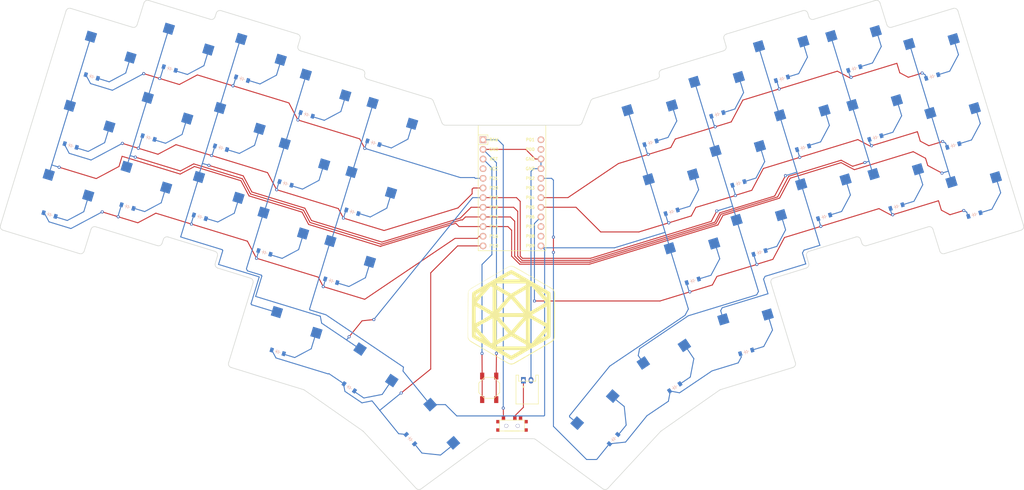
<source format=kicad_pcb>
(kicad_pcb (version 20221018) (generator pcbnew)
  (title_block (title "unibody") (rev "v1.0.0") (company "Unknown"))
  (layers (0 "F.Cu" signal) (31 "B.Cu" signal) (34 "B.Paste" user) (35 "F.Paste" user) (36 "B.SilkS" user "B.Silkscreen") (37 "F.SilkS" user "F.Silkscreen") (38 "B.Mask" user) (39 "F.Mask" user) (44 "Edge.Cuts" user))
  (net 0 "")
  (net 1 "P14")
  (net 2 "pinky_bottom")
  (net 3 "pinky_home")
  (net 4 "pinky_top")
  (net 5 "P15")
  (net 6 "ring_bottom")
  (net 7 "ring_home")
  (net 8 "ring_top")
  (net 9 "P18")
  (net 10 "middle_bottom")
  (net 11 "middle_home")
  (net 12 "middle_top")
  (net 13 "P19")
  (net 14 "index_bottom")
  (net 15 "index_home")
  (net 16 "index_top")
  (net 17 "P9")
  (net 18 "inner_bottom")
  (net 19 "inner_home")
  (net 20 "inner_top")
  (net 21 "near_thumb")
  (net 22 "home_thumb")
  (net 23 "far_thumb")
  (net 24 "mirror_pinky_bottom")
  (net 25 "mirror_pinky_home")
  (net 26 "mirror_pinky_top")
  (net 27 "mirror_ring_bottom")
  (net 28 "mirror_ring_home")
  (net 29 "mirror_ring_top")
  (net 30 "mirror_middle_bottom")
  (net 31 "mirror_middle_home")
  (net 32 "mirror_middle_top")
  (net 33 "mirror_index_bottom")
  (net 34 "mirror_index_home")
  (net 35 "mirror_index_top")
  (net 36 "mirror_inner_bottom")
  (net 37 "mirror_inner_home")
  (net 38 "mirror_inner_top")
  (net 39 "mirror_near_thumb")
  (net 40 "mirror_home_thumb")
  (net 41 "mirror_far_thumb")
  (net 42 "P16")
  (net 43 "P20")
  (net 44 "P21")
  (net 45 "P10")
  (net 46 "P6")
  (net 47 "P5")
  (net 48 "P4")
  (net 49 "P2")
  (net 50 "RAW")
  (net 51 "GND")
  (net 52 "RST")
  (net 53 "VCC")
  (net 54 "P1")
  (net 55 "P0")
  (net 56 "P3")
  (net 57 "P7")
  (net 58 "P8")
  (net 59 "POS")
  (footprint "E73:SPDT_C128955" (layer "F.Cu") (at 193.500008 198.364033 180)
    (fp_text reference "T1" hide)
    (fp_text value "" hide)
  )
  (footprint "E73:SW_TACT_ALPS_SKQGABE010" (layer "F.Cu") (at 187.5 188.364033 -90)
    (fp_text reference "B1" hide)
    (fp_text value "" hide)
  )
  (footprint "LOGO" (layer "F.Cu") (at 193.3 169.2)
    (fp_text reference "G***" hide)
    (fp_text value "LOGO" hide)
  )
  (footprint "ComboDiode" (layer "F.Cu") (at 304.114424 106.410937 17)
    (fp_text reference "D21" hide)
    (fp_text value "" hide)
  )
  (footprint "ComboDiode" (layer "F.Cu") (at 229.973413 123.849668 17)
    (fp_text reference "D33" hide)
    (fp_text value "" hide)
  )
  (footprint "PG1350" (layer "F.Cu") (at 314.05507 138.925305 17)
    (fp_text reference "S19" hide)
    (fp_text value "" hide)
  )
  (footprint "PG1350" (layer "F.Cu") (at 140.611042 112.556775 -17)
    (fp_text reference "S12" hide)
    (fp_text value "" hide)
  )
  (footprint "ComboDiode" (layer "F.Cu") (at 103.394336 104.315569 -17)
    (fp_text reference "D6" hide)
    (fp_text value "" hide)
  )
  (footprint "PG1350" (layer "F.Cu") (at 293.54631 136.829927 17)
    (fp_text reference "S22" hide)
    (fp_text value "" hide)
  )
  (footprint "PG1350" (layer "F.Cu") (at 99.008769 118.66014 -17)
    (fp_text reference "S5" hide)
    (fp_text value "" hide)
  )
  (footprint "ComboDiode" (layer "F.Cu") (at 264.558765 107.001722 17)
    (fp_text reference "D27" hide)
    (fp_text value "" hide)
  )
  (footprint "ComboDiode" (layer "F.Cu") (at 133.886491 134.551792 -17)
    (fp_text reference "D11" hide)
    (fp_text value "" hide)
  )
  (footprint "ComboDiode" (layer "F.Cu") (at 128.331428 152.721579 -17)
    (fp_text reference "D10" hide)
    (fp_text value "" hide)
  )
  (footprint "PG1350" (layer "F.Cu") (at 246.38897 112.556782 17)
    (fp_text reference "S30" hide)
    (fp_text value "" hide)
  )
  (footprint "PG1350" (layer "F.Cu") (at 217.269547 199.190902 48)
    (fp_text reference "S36" hide)
    (fp_text value "" hide)
  )
  (footprint "ComboDiode" (layer "F.Cu") (at 151.471542 142.019458 -17)
    (fp_text reference "D14" hide)
    (fp_text value "" hide)
  )
  (footprint "PG1350" (layer "F.Cu") (at 93.453712 136.829932 -17)
    (fp_text reference "S4" hide)
    (fp_text value "" hide)
  )
  (footprint "PG1350" (layer "F.Cu") (at 72.944931 138.925309 -17)
    (fp_text reference "S1" hide)
    (fp_text value "" hide)
  )
  (footprint "ComboDiode" (layer "F.Cu") (at 255.166145 178.888974 17)
    (fp_text reference "D34" hide)
    (fp_text value "" hide)
  )
  (footprint "PG1350" (layer "F.Cu") (at 253.996675 175.063767 17)
    (fp_text reference "S34" hide)
    (fp_text value "" hide)
  )
  (footprint "PG1350" (layer "F.Cu") (at 239.914049 156.364035 17)
    (fp_text reference "S31" hide)
    (fp_text value "" hide)
  )
  (footprint "PG1350" (layer "F.Cu") (at 302.944945 102.585721 17)
    (fp_text reference "S21" hide)
    (fp_text value "" hide)
  )
  (footprint "ComboDiode" (layer "F.Cu") (at 258.668576 152.72158 17)
    (fp_text reference "D28" hide)
    (fp_text value "" hide)
  )
  (footprint "ComboDiode" (layer "F.Cu") (at 157.0266 123.849667 -17)
    (fp_text reference "D15" hide)
    (fp_text value "" hide)
  )
  (footprint "PG1350" (layer "F.Cu") (at 287.99125 118.660149 17)
    (fp_text reference "S23" hide)
    (fp_text value "" hide)
  )
  (footprint "ComboDiode" (layer "F.Cu") (at 82.885586 106.410945 -17)
    (fp_text reference "D3" hide)
    (fp_text value "" hide)
  )
  (footprint "ComboDiode" (layer "F.Cu") (at 283.605662 104.315571 17)
    (fp_text reference "D24" hide)
    (fp_text value "" hide)
  )
  (footprint "PG1350" (layer "F.Cu") (at 257.49909 148.896361 17)
    (fp_text reference "S28" hide)
    (fp_text value "" hide)
  )
  (footprint "ComboDiode" (layer "F.Cu") (at 309.669495 124.580726 17)
    (fp_text reference "D20" hide)
    (fp_text value "" hide)
  )
  (footprint "PG1350" (layer "F.Cu") (at 234.103286 184.920877 34)
    (fp_text reference "S35" hide)
    (fp_text value "" hide)
  )
  (footprint "ComboDiode" (layer "F.Cu") (at 77.330527 124.580727 -17)
    (fp_text reference "D2" hide)
    (fp_text value "" hide)
  )
  (footprint "PG1350" (layer "F.Cu") (at 78.499997 120.75551 -17)
    (fp_text reference "S2" hide)
    (fp_text value "" hide)
  )
  (footprint "ComboDiode" (layer "F.Cu") (at 92.284218 140.655148 -17)
    (fp_text reference "D4" hide)
    (fp_text value "" hide)
  )
  (footprint "ComboDiode" (layer "F.Cu") (at 139.441549 116.381999 -17)
    (fp_text reference "D12" hide)
    (fp_text value "" hide)
  )
  (footprint "ComboDiode" (layer "F.Cu") (at 220.242129 201.867423 48)
    (fp_text reference "D36" hide)
    (fp_text value "" hide)
  )
  (footprint "PG1350" (layer "F.Cu") (at 282.436172 100.490343 17)
    (fp_text reference "S24" hide)
    (fp_text value "" hide)
  )
  (footprint "ComboDiode" (layer "F.Cu") (at 241.08354 160.189253 17)
    (fp_text reference "D31" hide)
    (fp_text value "" hide)
  )
  (footprint "PG1350" (layer "F.Cu") (at 147.085957 156.364031 -17)
    (fp_text reference "S13" hide)
    (fp_text value "" hide)
  )
  (footprint "ComboDiode" (layer "F.Cu") (at 236.340063 188.237042 34)
    (fp_text reference "D35" hide)
    (fp_text value "" hide)
  )
  (footprint "ComboDiode" (layer "F.Cu") (at 150.659946 188.237029 -34)
    (fp_text reference "D17" hide)
    (fp_text value "" hide)
  )
  (footprint "PG1350" (layer "F.Cu") (at 263.389271 103.176502 17)
    (fp_text reference "S27" hide)
    (fp_text value "" hide)
  )
  (footprint "ComboDiode" (layer "F.Cu") (at 270.113822 125.171507 17)
    (fp_text reference "D26" hide)
    (fp_text value "" hide)
  )
  (footprint "ComboDiode" (layer "F.Cu") (at 97.839274 122.485366 -17)
    (fp_text reference "D5" hide)
    (fp_text value "" hide)
  )
  (footprint "PG1350" (layer "F.Cu") (at 123.610738 103.176497 -17)
    (fp_text reference "S9" hide)
    (fp_text value "" hide)
  )
  (footprint "ComboDiode" (layer "F.Cu") (at 111.331115 143.341296 -17)
    (fp_text reference "D7" hide)
    (fp_text value "" hide)
  )
  (footprint "PG1350" (layer "F.Cu") (at 308.499998 120.755517 17)
    (fp_text reference "S20" hide)
    (fp_text value "" hide)
  )
  (footprint "ComboDiode" (layer "F.Cu") (at 275.66888 143.341299 17)
    (fp_text reference "D25" hide)
    (fp_text value "" hide)
  )
  (footprint "ComboDiode" (layer "F.Cu") (at 166.757883 201.867422 -48)
    (fp_text reference "D18" hide)
    (fp_text value "" hide)
  )
  (footprint "JST_PH_S2B-PH-K_02x2.00mm_Angled" (layer "F.Cu") (at 197.500003 186.364042)
    (fp_text reference "JST1" hide)
    (fp_text value "" hide)
  )
  (footprint "ComboDiode" (layer "F.Cu") (at 122.441248 107.001719 -17)
    (fp_text reference "D9" hide)
    (fp_text value "" hide)
  )
  (footprint "ComboDiode" (layer "F.Cu") (at 235.52846 142.019459 17)
    (fp_text reference "D32" hide)
    (fp_text value "" hide)
  )
  (footprint "ComboDiode" (layer "F.Cu") (at 71.775452 142.750518 -17)
    (fp_text reference "D1" hide)
    (fp_text value "" hide)
  )
  (footprint "PG1350" (layer "F.Cu") (at 169.730456 199.1909 -48)
    (fp_text reference "S18" hide)
    (fp_text value "" hide)
  )
  (footprint "PG1350" (layer "F.Cu") (at 152.896721 184.920877 -34)
    (fp_text reference "S17" hide)
    (fp_text value "" hide)
  )
  (footprint "PG1350" (layer "F.Cu") (at 112.500611 139.516074 -17)
    (fp_text reference "S7" hide)
    (fp_text value "" hide)
  )
  (footprint "PG1350" (layer "F.Cu") (at 274.499405 139.516081 17)
    (fp_text reference "S25" hide)
    (fp_text value "" hide)
  )
  (footprint "ComboDiode" (layer "F.Cu") (at 247.558452 116.382 17)
    (fp_text reference "D30" hide)
    (fp_text value "" hide)
  )
  (footprint "ProMicro" (layer "F.Cu") (at 193.500002 137.024456 -90)
    (fp_text reference "MCU1" hide)
    (fp_text value "" hide)
  )
  (footprint "PG1350" (layer "F.Cu") (at 228.803921 120.024453 17)
    (fp_text reference "S33" hide)
    (fp_text value "" hide)
  )
  (footprint "PG1350" (layer "F.Cu") (at 251.94403 130.726571 17)
    (fp_text reference "S29" hide)
    (fp_text value "" hide)
  )
  (footprint "PG1350" (layer "F.Cu") (at 152.64102 138.194251 -17)
    (fp_text reference "S14" hide)
    (fp_text value "" hide)
  )
  (footprint "ComboDiode" (layer "F.Cu") (at 116.886187 125.171505 -17)
    (fp_text reference "D8" hide)
    (fp_text value "" hide)
  )
  (footprint "PG1350" (layer "F.Cu") (at 104.56383 100.490353 -17)
    (fp_text reference "S6" hide)
    (fp_text value "" hide)
  )
  (footprint "ComboDiode" (layer "F.Cu") (at 294.715793 140.655144 17)
    (fp_text reference "D22" hide)
    (fp_text value "" hide)
  )
  (footprint "ComboDiode" (layer "F.Cu") (at 145.916471 160.189248 -17)
    (fp_text reference "D13" hide)
    (fp_text value "" hide)
  )
  (footprint "ComboDiode" (layer "F.Cu") (at 315.224554 142.750525 17)
    (fp_text reference "D19" hide)
    (fp_text value "" hide)
  )
  (footprint "PG1350" (layer "F.Cu") (at 234.358989 138.194233 17)
    (fp_text reference "S32" hide)
    (fp_text value "" hide)
  )
  (footprint "PG1350" (layer "F.Cu") (at 135.055979 130.726569 -17)
    (fp_text reference "S11" hide)
    (fp_text value "" hide)
  )
  (footprint "PG1350" (layer "F.Cu") (at 84.055064 102.585727 -17)
    (fp_text reference "S3" hide)
    (fp_text value "" hide)
  )
  (footprint "PG1350" (layer "F.Cu") (at 158.196084 120.024452 -17)
    (fp_text reference "S15" hide)
    (fp_text value "" hide)
  )
  (footprint "PG1350" (layer "F.Cu") (at 268.944339 121.346291 17)
    (fp_text reference "S26" hide)
    (fp_text value "" hide)
  )
  (footprint "ComboDiode" (layer "F.Cu") (at 289.160728 122.48536 17)
    (fp_text reference "D23" hide)
    (fp_text value "" hide)
  )
  (footprint "PG1350" (layer "F.Cu") (at 129.500911 148.896366 -17)
    (fp_text reference "S10" hide)
    (fp_text value "" hide)
  )
  (footprint "ComboDiode" (layer "F.Cu") (at 253.113515 134.55178 17)
    (fp_text reference "D29" hide)
    (fp_text value "" hide)
  )
  (footprint "PG1350" (layer "F.Cu") (at 118.055671 121.346301 -17)
    (fp_text reference "S8" hide)
    (fp_text value "" hide)
  )
  (footprint "ComboDiode" (layer "F.Cu") (at 131.833866 178.888983 -17)
    (fp_text reference "D16" hide)
    (fp_text value "" hide)
  )
  (footprint "PG1350" (layer "F.Cu") (at 133.003343 175.063759 -17)
    (fp_text reference "S16" hide)
    (fp_text value "" hide)
  )
  (gr_line (start 327.489758 146.869519) (end 307.354118 153.025595) (stroke (width 0.15)) (layer "Edge.Cuts"))
  (gr_arc (start 115.656686 89.722934) (mid 116.14569 89.143338) (end 116.900813 89.073474) (stroke (width 0.15)) (layer "Edge.Cuts"))
  (gr_arc (start 124.667954 159.496995) (mid 125.25665 159.984215) (end 125.329459 160.744927) (stroke (width 0.15)) (layer "Edge.Cuts"))
  (gr_line (start 293.421376 93.445768) (end 309.640462 88.4871) (stroke (width 0.15)) (layer "Edge.Cuts"))
  (gr_arc (start 271.042411 153.658372) (mid 271.121692 152.902409) (end 271.709594 152.4206) (stroke (width 0.15)) (layer "Edge.Cuts"))
  (gr_arc (start 272.903642 91.353141) (mid 272.148534 91.283272) (end 271.659504 90.703674) (stroke (width 0.15)) (layer "Edge.Cuts"))
  (gr_line (start 137.723435 96.473389) (end 137.154048 98.414481) (stroke (width 0.15)) (layer "Edge.Cuts"))
  (gr_arc (start 261.670554 160.744935) (mid 261.743307 159.984199) (end 262.332047 159.496989) (stroke (width 0.15)) (layer "Edge.Cuts"))
  (gr_arc (start 289.137126 86.390058) (mid 289.896492 86.462059) (end 290.384123 87.048564) (stroke (width 0.15)) (layer "Edge.Cuts"))
  (gr_arc (start 270.09919 89.073475) (mid 270.854302 89.143328) (end 271.34332 89.722937) (stroke (width 0.15)) (layer "Edge.Cuts"))
  (gr_line (start 154.73758 105.846002) (end 154.725268 105.889799) (stroke (width 0.15)) (layer "Edge.Cuts"))
  (gr_line (start 115.387503 155.601882) (end 115.9576 153.658382) (stroke (width 0.15)) (layer "Edge.Cuts"))
  (gr_line (start 187.285126 201.950822) (end 169.596174 214.939625) (stroke (width 0.15)) (layer "Edge.Cuts"))
  (gr_line (start 77.359535 88.487114) (end 93.578635 93.445773) (stroke (width 0.15)) (layer "Edge.Cuts"))
  (gr_arc (start 271.612504 155.601876) (mid 271.533814 156.356734) (end 270.947738 156.838922) (stroke (width 0.15)) (layer "Edge.Cuts"))
  (gr_line (start 115.290407 152.420595) (end 102.968074 148.653283) (stroke (width 0.15)) (layer "Edge.Cuts"))
  (gr_arc (start 155.395606 107.116654) (mid 154.810437 106.639824) (end 154.725268 105.889799) (stroke (width 0.15)) (layer "Edge.Cuts"))
  (gr_arc (start 268.095293 181.75928) (mid 268.021925 182.521113) (end 267.431355 183.00797) (stroke (width 0.15)) (layer "Edge.Cuts"))
  (gr_line (start 199.123014 201.756868) (end 187.876986 201.756858) (stroke (width 0.15)) (layer "Edge.Cuts"))
  (gr_arc (start 286.836392 150.932954) (mid 286.081276 150.86312) (end 285.592257 150.283492) (stroke (width 0.15)) (layer "Edge.Cuts"))
  (gr_arc (start 249.276563 96.473391) (mid 249.355807 95.717381) (end 249.943757 95.235603) (stroke (width 0.15)) (layer "Edge.Cuts"))
  (gr_line (start 138.591016 188.82368) (end 119.568651 183.007968) (stroke (width 0.15)) (layer "Edge.Cuts"))
  (gr_arc (start 307.354118 153.025595) (mid 306.594779 152.953586) (end 306.10712 152.367083) (stroke (width 0.15)) (layer "Edge.Cuts"))
  (gr_arc (start 211.939707 118.600257) (mid 211.571967 119.058536) (end 211.010321 119.23116) (stroke (width 0.15)) (layer "Edge.Cuts"))
  (gr_arc (start 82.683139 146.628379) (mid 83.170817 146.041943) (end 83.930138 145.96988) (stroke (width 0.15)) (layer "Edge.Cuts"))
  (gr_arc (start 94.825634 92.787274) (mid 94.337958 93.373728) (end 93.578635 93.445773) (stroke (width 0.15)) (layer "Edge.Cuts"))
  (gr_arc (start 248.127636 188.960939) (mid 248.26291 188.881217) (end 248.409007 188.823685) (stroke (width 0.15)) (layer "Edge.Cuts"))
  (gr_arc (start 154.067245 104.619148) (mid 154.652448 105.095963) (end 154.73758 105.846002) (stroke (width 0.15)) (layer "Edge.Cuts"))
  (gr_line (start 232.932764 104.619154) (end 249.178768 99.652265) (stroke (width 0.15)) (layer "Edge.Cuts"))
  (gr_arc (start 80.892889 152.367081) (mid 80.405235 152.953585) (end 79.645887 153.025587) (stroke (width 0.15)) (layer "Edge.Cuts"))
  (gr_line (start 118.90472 181.759286) (end 125.329459 160.744927) (stroke (width 0.15)) (layer "Edge.Cuts"))
  (gr_arc (start 214.235523 112.819309) (mid 214.487121 112.453108) (end 214.872548 112.2321) (stroke (width 0.15)) (layer "Edge.Cuts"))
  (gr_arc (start 137.056242 95.2356) (mid 137.644147 95.717418) (end 137.723435 96.473389) (stroke (width 0.15)) (layer "Edge.Cuts"))
  (gr_arc (start 119.568651 183.007968) (mid 118.978055 182.521143) (end 118.90472 181.759286) (stroke (width 0.15)) (layer "Edge.Cuts"))
  (gr_line (start 290.384123 87.048564) (end 292.174373 92.787264) (stroke (width 0.15)) (layer "Edge.Cuts"))
  (gr_arc (start 76.110859 89.151032) (mid 76.597665 88.560404) (end 77.359535 88.487114) (stroke (width 0.15)) (layer "Edge.Cuts"))
  (gr_arc (start 172.127459 112.232108) (mid 172.512845 112.453151) (end 172.764477 112.81931) (stroke (width 0.15)) (layer "Edge.Cuts"))
  (gr_line (start 137.821251 99.652256) (end 154.067239 104.619144) (stroke (width 0.15)) (layer "Edge.Cuts"))
  (gr_arc (start 115.3405 90.703681) (mid 114.851515 91.283321) (end 114.096373 91.353137) (stroke (width 0.15)) (layer "Edge.Cuts"))
  (gr_arc (start 154.261469 199.740816) (mid 154.344885 199.806108) (end 154.42094 199.879845) (stroke (width 0.15)) (layer "Edge.Cuts"))
  (gr_line (start 270.947738 156.838922) (end 262.332047 159.496989) (stroke (width 0.15)) (layer "Edge.Cuts"))
  (gr_arc (start 187.285126 201.950822) (mid 187.565569 201.806584) (end 187.876986 201.756858) (stroke (width 0.15)) (layer "Edge.Cuts"))
  (gr_arc (start 115.290413 152.420607) (mid 115.878271 152.902438) (end 115.9576 153.658382) (stroke (width 0.15)) (layer "Edge.Cuts"))
  (gr_line (start 249.845966 98.414475) (end 249.276563 96.473391) (stroke (width 0.15)) (layer "Edge.Cuts"))
  (gr_arc (start 249.84596 98.414474) (mid 249.766653 99.17043) (end 249.178768 99.652265) (stroke (width 0.15)) (layer "Edge.Cuts"))
  (gr_line (start 58.846323 145.620824) (end 76.110872 89.15104) (stroke (width 0.15)) (layer "Edge.Cuts"))
  (gr_line (start 232.274737 105.889805) (end 232.262438 105.846006) (stroke (width 0.15)) (layer "Edge.Cuts"))
  (gr_line (start 306.10712 152.367083) (end 304.31687 146.628378) (stroke (width 0.15)) (layer "Edge.Cuts"))
  (gr_arc (start 232.274737 105.889805) (mid 232.189579 106.639828) (end 231.604411 107.116656) (stroke (width 0.15)) (layer "Edge.Cuts"))
  (gr_arc (start 138.591016 188.82368) (mid 138.737096 188.881229) (end 138.872365 188.960938) (stroke (width 0.15)) (layer "Edge.Cuts"))
  (gr_arc (start 309.640467 88.487099) (mid 310.402306 88.560473) (end 310.88914 89.151033) (stroke (width 0.15)) (layer "Edge.Cuts"))
  (gr_line (start 172.764477 112.81931) (end 175.060307 118.60026) (stroke (width 0.15)) (layer "Edge.Cuts"))
  (gr_arc (start 96.615879 87.048565) (mid 97.103547 86.462052) (end 97.862891 86.390069) (stroke (width 0.15)) (layer "Edge.Cuts"))
  (gr_arc (start 175.989696 119.231172) (mid 175.428053 119.05853) (end 175.060307 118.60026) (stroke (width 0.15)) (layer "Edge.Cuts"))
  (gr_line (start 285.592257 150.283492) (end 285.276079 149.302757) (stroke (width 0.15)) (layer "Edge.Cuts"))
  (gr_arc (start 218.728909 214.813585) (mid 218.090383 215.129103) (end 217.403844 214.939623) (stroke (width 0.15)) (layer "Edge.Cuts"))
  (gr_line (start 214.872548 112.2321) (end 231.604411 107.116656) (stroke (width 0.15)) (layer "Edge.Cuts"))
  (gr_arc (start 169.596174 214.939625) (mid 168.909606 215.129116) (end 168.271102 214.813588) (stroke (width 0.15)) (layer "Edge.Cuts"))
  (gr_line (start 271.042411 153.658372) (end 271.612504 155.601876) (stroke (width 0.15)) (layer "Edge.Cuts"))
  (gr_arc (start 328.153687 145.620828) (mid 328.080316 146.38268) (end 327.489758 146.869519) (stroke (width 0.15)) (layer "Edge.Cuts"))
  (gr_line (start 211.939707 118.600257) (end 214.235524 112.819305) (stroke (width 0.15)) (layer "Edge.Cuts"))
  (gr_line (start 310.88914 89.151033) (end 328.153682 145.620833) (stroke (width 0.15)) (layer "Edge.Cuts"))
  (gr_line (start 94.825633 92.787275) (end 96.615879 87.048565) (stroke (width 0.15)) (layer "Edge.Cuts"))
  (gr_line (start 272.90364 91.353152) (end 289.137123 86.39007) (stroke (width 0.15)) (layer "Edge.Cuts"))
  (gr_arc (start 303.069866 145.969877) (mid 303.829169 146.04194) (end 304.31687 146.628378) (stroke (width 0.15)) (layer "Edge.Cuts"))
  (gr_arc (start 199.123019 201.756864) (mid 199.434438 201.806588) (end 199.714881 201.95083) (stroke (width 0.15)) (layer "Edge.Cuts"))
  (gr_line (start 100.163622 150.932949) (end 83.930138 145.96988) (stroke (width 0.15)) (layer "Edge.Cuts"))
  (gr_arc (start 284.031935 148.653293) (mid 284.787054 148.723127) (end 285.276079 149.302757) (stroke (width 0.15)) (layer "Edge.Cuts"))
  (gr_arc (start 116.052266 156.838912) (mid 115.466206 156.356715) (end 115.387503 155.601882) (stroke (width 0.15)) (layer "Edge.Cuts"))
  (gr_line (start 271.34332 89.722937) (end 271.659504 90.703674) (stroke (width 0.15)) (layer "Edge.Cuts"))
  (gr_line (start 116.900813 89.073474) (end 137.056242 95.2356) (stroke (width 0.15)) (layer "Edge.Cuts"))
  (gr_arc (start 137.821244 99.652255) (mid 137.233382 99.170429) (end 137.154048 98.414481) (stroke (width 0.15)) (layer "Edge.Cuts"))
  (gr_line (start 248.127645 188.960942) (end 232.738538 199.74081) (stroke (width 0.15)) (layer "Edge.Cuts"))
  (gr_line (start 261.670554 160.744935) (end 268.095293 181.75928) (stroke (width 0.15)) (layer "Edge.Cuts"))
  (gr_line (start 97.862891 86.390069) (end 114.096373 91.353137) (stroke (width 0.15)) (layer "Edge.Cuts"))
  (gr_line (start 115.340505 90.703676) (end 115.656691 89.722932) (stroke (width 0.15)) (layer "Edge.Cuts"))
  (gr_line (start 124.667954 159.496995) (end 116.052266 156.838912) (stroke (width 0.15)) (layer "Edge.Cuts"))
  (gr_arc (start 59.510253 146.869502) (mid 58.919654 146.38268) (end 58.846323 145.620824) (stroke (width 0.15)) (layer "Edge.Cuts"))
  (gr_line (start 79.645887 153.025587) (end 59.510253 146.869502) (stroke (width 0.15)) (layer "Edge.Cuts"))
  (gr_line (start 267.431355 183.00797) (end 248.409007 188.823685) (stroke (width 0.15)) (layer "Edge.Cuts"))
  (gr_line (start 303.06987 145.969872) (end 286.836392 150.932954) (stroke (width 0.15)) (layer "Edge.Cuts"))
  (gr_arc (start 232.579061 199.879856) (mid 232.65511 199.806102) (end 232.738538 199.74081) (stroke (width 0.15)) (layer "Edge.Cuts"))
  (gr_line (start 249.943757 95.235603) (end 270.09919 89.073475) (stroke (width 0.15)) (layer "Edge.Cuts"))
  (gr_line (start 168.271102 214.813588) (end 154.42094 199.879845) (stroke (width 0.15)) (layer "Edge.Cuts"))
  (gr_line (start 217.403844 214.939623) (end 199.714881 201.95083) (stroke (width 0.15)) (layer "Edge.Cuts"))
  (gr_arc (start 101.407763 150.283489) (mid 100.918754 150.863105) (end 100.163622 150.932949) (stroke (width 0.15)) (layer "Edge.Cuts"))
  (gr_line (start 155.395606 107.116654) (end 172.127456 112.232099) (stroke (width 0.15)) (layer "Edge.Cuts"))
  (gr_line (start 101.723939 149.30275) (end 101.407758 150.283495) (stroke (width 0.15)) (layer "Edge.Cuts"))
  (gr_line (start 82.683139 146.628379) (end 80.892889 152.367081) (stroke (width 0.15)) (layer "Edge.Cuts"))
  (gr_line (start 175.989696 119.231172) (end 211.010321 119.23116) (stroke (width 0.15)) (layer "Edge.Cuts"))
  (gr_line (start 284.031935 148.653293) (end 271.709594 152.4206) (stroke (width 0.15)) (layer "Edge.Cuts"))
  (gr_line (start 232.579073 199.879849) (end 218.728909 214.813585) (stroke (width 0.15)) (layer "Edge.Cuts"))
  (gr_line (start 154.261469 199.740816) (end 138.872365 188.960938) (stroke (width 0.15)) (layer "Edge.Cuts"))
  (gr_arc (start 101.723939 149.30275) (mid 102.212927 148.723118) (end 102.968074 148.653283) (stroke (width 0.15)) (layer "Edge.Cuts"))
  (gr_arc (start 293.421376 93.44578) (mid 292.662038 93.373744) (end 292.174373 92.787264) (stroke (width 0.15)) (layer "Edge.Cuts"))
  (gr_arc (start 232.262431 105.846) (mid 232.347571 105.09596) (end 232.932764 104.619154) (stroke (width 0.15)) (layer "Edge.Cuts"))
  (segment (start 195.52894 155.820407) (end 193.404266 153.695738) (width 0.25) (layer "F.Cu") (net 1))
  (segment (start 106.16874 132.091105) (end 109.914777 130.099313) (width 0.25) (layer "F.Cu") (net 1))
  (segment (start 302.355834 127.929899) (end 299.109273 126.203674) (width 0.25) (layer "F.Cu") (net 1))
  (segment (start 122.155478 133.841666) (end 124.280058 137.837419) (width 0.25) (layer "F.Cu") (net 1))
  (segment (start 90.049229 130.090808) (end 90.867869 127.413156) (width 0.25) (layer "F.Cu") (net 1))
  (segment (start 266.732571 133.174281) (end 263.944055 138.418722) (width 0.25) (layer "F.Cu") (net 1))
  (segment (start 280.120845 129.081084) (end 266.732571 133.174281) (width 0.25) (layer "F.Cu") (net 1))
  (segment (start 263.944055 138.418722) (end 249.0257 142.979728) (width 0.25) (layer "F.Cu") (net 1))
  (segment (start 247.697838 145.477078) (end 213.866325 155.820408) (width 0.25) (layer "F.Cu") (net 1))
  (segment (start 139.96834 145.352607) (end 158.903176 151.141566) (width 0.25) (layer "F.Cu") (net 1))
  (segment (start 306.686604 131.834307) (end 302.940575 129.842506) (width 0.25) (layer "F.Cu") (net 1))
  (segment (start 283.617137 130.940096) (end 280.120845 129.081084) (width 0.25) (layer "F.Cu") (net 1))
  (segment (start 302.940575 129.842506) (end 302.355834 127.929899) (width 0.25) (layer "F.Cu") (net 1))
  (segment (start 158.934651 151.082359) (end 178.694167 145.041274) (width 0.25) (layer "F.Cu") (net 1))
  (segment (start 299.109273 126.203674) (end 283.617137 130.940096) (width 0.25) (layer "F.Cu") (net 1))
  (segment (start 178.694167 145.041274) (end 179.567347 145.914461) (width 0.25) (layer "F.Cu") (net 1))
  (segment (start 74.301271 130.295499) (end 84.055578 133.277687) (width 0.25) (layer "F.Cu") (net 1))
  (segment (start 84.055578 133.277687) (end 90.049229 130.090808) (width 0.25) (layer "F.Cu") (net 1))
  (segment (start 158.903176 151.141566) (end 158.934651 151.082359) (width 0.25) (layer "F.Cu") (net 1))
  (segment (start 138.242114 142.106054) (end 139.96834 145.352607) (width 0.25) (layer "F.Cu") (net 1))
  (segment (start 192.422983 145.914455) (end 185.879998 145.914457) (width 0.25) (layer "F.Cu") (net 1))
  (segment (start 193.404265 146.895736) (end 192.422983 145.914455) (width 0.25) (layer "F.Cu") (net 1))
  (segment (start 109.914777 130.099313) (end 122.155478 133.841666) (width 0.25) (layer "F.Cu") (net 1))
  (segment (start 90.867869 127.413156) (end 106.16874 132.091105) (width 0.25) (layer "F.Cu") (net 1))
  (segment (start 249.0257 142.979728) (end 247.697838 145.477078) (width 0.25) (layer "F.Cu") (net 1))
  (segment (start 193.404266 153.695738) (end 193.404265 146.895736) (width 0.25) (layer "F.Cu") (net 1))
  (segment (start 124.280058 137.837419) (end 138.242114 142.106054) (width 0.25) (layer "F.Cu") (net 1))
  (segment (start 179.567347 145.914461) (end 185.880006 145.914453) (width 0.25) (layer "F.Cu") (net 1))
  (segment (start 213.866325 155.820408) (end 195.52894 155.820407) (width 0.25) (layer "F.Cu") (net 1))
  (via (at 74.301271 130.295499) (size 0.8) (drill 0.4) (layers "F.Cu" "B.Cu") (net 1))
  (via (at 306.686604 131.834307) (size 0.8) (drill 0.4) (layers "F.Cu" "B.Cu") (net 1))
  (segment (start 308.360539 131.322529) (end 306.686604 131.834307) (width 0.25) (layer "B.Cu") (net 1))
  (segment (start 298.081027 97.699762) (end 303.63609 115.869556) (width 0.25) (layer "B.Cu") (net 1))
  (segment (start 308.360539 131.322529) (end 309.191153 134.039345) (width 0.25) (layer "B.Cu") (net 1))
  (segment (start 77.10772 114.107976) (end 72.341846 129.696442) (width 0.25) (layer "B.Cu") (net 1))
  (segment (start 303.63609 115.869556) (end 308.360539 131.322529) (width 0.25) (layer "B.Cu") (net 1))
  (segment (start 72.341846 129.696442) (end 74.301271 130.295499) (width 0.25) (layer "B.Cu") (net 1))
  (segment (start 82.662783 95.938197) (end 77.10772 114.107976) (width 0.25) (layer "B.Cu") (net 1))
  (segment (start 72.341846 129.696442) (end 71.552649 132.277778) (width 0.25) (layer "B.Cu") (net 1))
  (segment (start 73.429446 143.388371) (end 76.434675 144.307165) (width 0.25) (layer "B.Cu") (net 2))
  (segment (start 76.434675 144.307165) (end 80.783143 141.995045) (width 0.25) (layer "B.Cu") (net 2))
  (segment (start 80.783143 141.995045) (end 82.030846 137.913963) (width 0.25) (layer "B.Cu") (net 2))
  (segment (start 78.920189 125.217053) (end 81.925432 126.135837) (width 0.25) (layer "B.Cu") (net 3))
  (segment (start 81.925432 126.135837) (end 86.273891 123.823735) (width 0.25) (layer "B.Cu") (net 3))
  (segment (start 86.273891 123.823735) (end 87.521594 119.742652) (width 0.25) (layer "B.Cu") (net 3))
  (segment (start 84.463476 106.893357) (end 87.468721 107.812148) (width 0.25) (layer "B.Cu") (net 4))
  (segment (start 87.468721 107.812148) (end 91.817176 105.500033) (width 0.25) (layer "B.Cu") (net 4))
  (segment (start 91.817176 105.500033) (end 93.064883 101.418954) (width 0.25) (layer "B.Cu") (net 4))
  (segment (start 138.60879 141.590746) (end 140.335017 144.837306) (width 0.25) (layer "F.Cu") (net 5))
  (segment (start 266.318078 132.673592) (end 263.429965 138.105339) (width 0.25) (layer "F.Cu") (net 5))
  (segment (start 263.429965 138.105339) (end 248.511613 142.666338) (width 0.25) (layer "F.Cu") (net 5))
  (segment (start 214.022055 155.302233) (end 195.810762 155.302239) (width 0.25) (layer "F.Cu") (net 5))
  (segment (start 124.646741 137.32212) (end 138.60879 141.590746) (width 0.25) (layer "F.Cu") (net 5))
  (segment (start 247.183747 145.163688) (end 214.022055 155.302233) (width 0.25) (layer "F.Cu") (net 5))
  (segment (start 286.384938 129.048199) (end 283.133501 130.04226) (width 0.25) (layer "F.Cu") (net 5))
  (segment (start 109.707674 129.408573) (end 122.522159 133.326352) (width 0.25) (layer "F.Cu") (net 5))
  (segment (start 283.133501 130.04226) (end 280.136683 128.448821) (width 0.25) (layer "F.Cu") (net 5))
  (segment (start 94.353196 127.642181) (end 106.211375 131.26759) (width 0.25) (layer "F.Cu") (net 5))
  (segment (start 181.240825 143.374451) (end 185.880005 143.374454) (width 0.25) (layer "F.Cu") (net 5))
  (segment (start 140.335017 144.837306) (end 159.078585 150.56779) (width 0.25) (layer "F.Cu") (net 5))
  (segment (start 195.810762 155.302239) (end 194.204265 153.695735) (width 0.25) (layer "F.Cu") (net 5))
  (segment (start 106.211375 131.26759) (end 109.707674 129.408573) (width 0.25) (layer "F.Cu") (net 5))
  (segment (start 122.522159 133.326352) (end 124.646741 137.32212) (width 0.25) (layer "F.Cu") (net 5))
  (segment (start 194.204267 144.495736) (end 193.082984 143.374454) (width 0.25) (layer "F.Cu") (net 5))
  (segment (start 159.078585 150.56779) (end 180.053203 144.155205) (width 0.25) (layer "F.Cu") (net 5))
  (segment (start 180.460075 144.155207) (end 181.240825 143.374451) (width 0.25) (layer "F.Cu") (net 5))
  (segment (start 193.082984 143.374454) (end 185.880002 143.374455) (width 0.25) (layer "F.Cu") (net 5))
  (segment (start 194.204265 153.695735) (end 194.204267 144.495736) (width 0.25) (layer "F.Cu") (net 5))
  (segment (start 180.053203 144.155205) (end 180.460075 144.155207) (width 0.25) (layer "F.Cu") (net 5))
  (segment (start 248.511613 142.666338) (end 247.183747 145.163688) (width 0.25) (layer "F.Cu") (net 5))
  (segment (start 280.136683 128.448821) (end 266.318078 132.673592) (width 0.25) (layer "F.Cu") (net 5))
  (via (at 94.353196 127.642181) (size 0.8) (drill 0.4) (layers "F.Cu" "B.Cu") (net 5))
  (via (at 286.384938 129.048199) (size 0.8) (drill 0.4) (layers "F.Cu" "B.Cu") (net 5))
  (segment (start 287.485086 128.711848) (end 288.549594 132.193706) (width 0.25) (layer "B.Cu") (net 5))
  (segment (start 282.994538 114.023909) (end 287.485086 128.711848) (width 0.25) (layer "B.Cu") (net 5))
  (segment (start 92.973545 127.220372) (end 94.353196 127.642181) (width 0.25) (layer "B.Cu") (net 5))
  (segment (start 103.174235 93.855439) (end 97.619176 112.025241) (width 0.25) (layer "B.Cu") (net 5))
  (segment (start 97.619176 112.025241) (end 92.973545 127.220372) (width 0.25) (layer "B.Cu") (net 5))
  (segment (start 277.439478 95.854123) (end 282.994538 114.023909) (width 0.25) (layer "B.Cu") (net 5))
  (segment (start 92.973545 127.220372) (end 92.06411 130.195032) (width 0.25) (layer "B.Cu") (net 5))
  (segment (start 287.485086 128.711848) (end 286.384938 129.048199) (width 0.25) (layer "B.Cu") (net 5))
  (segment (start 96.810651 141.96206) (end 101.15912 139.64994) (width 0.25) (layer "B.Cu") (net 6))
  (segment (start 93.805428 141.043259) (end 96.810651 141.96206) (width 0.25) (layer "B.Cu") (net 6))
  (segment (start 101.15912 139.64994) (end 102.406825 135.568862) (width 0.25) (layer "B.Cu") (net 6))
  (segment (start 99.302013 123.064734) (end 102.307241 123.983524) (width 0.25) (layer "B.Cu") (net 7))
  (segment (start 106.655702 121.671408) (end 107.90341 117.590332) (width 0.25) (layer "B.Cu") (net 7))
  (segment (start 102.307241 123.983524) (end 106.655702 121.671408) (width 0.25) (layer "B.Cu") (net 7))
  (segment (start 105.048336 104.953414) (end 108.053572 105.872193) (width 0.25) (layer "B.Cu") (net 8))
  (segment (start 108.053572 105.872193) (end 112.40203 103.560087) (width 0.25) (layer "B.Cu") (net 8))
  (segment (start 112.40203 103.560087) (end 113.649727 99.479019) (width 0.25) (layer "B.Cu") (net 8))
  (segment (start 265.483901 132.51035) (end 262.628988 137.879663) (width 0.25) (layer "F.Cu") (net 9))
  (segment (start 182.738604 140.83446) (end 185.880012 140.834455) (width 0.25) (layer "F.Cu") (net 9))
  (segment (start 195.004267 153.695738) (end 195.004268 141.895734) (width 0.25) (layer "F.Cu") (net 9))
  (segment (start 214.068738 154.817401) (end 196.125931 154.8174) (width 0.25) (layer "F.Cu") (net 9))
  (segment (start 179.887277 143.685781) (end 182.738604 140.83446) (width 0.25) (layer "F.Cu") (net 9))
  (segment (start 113.714825 129.797119) (end 122.756046 132.561298) (width 0.25) (layer "F.Cu") (net 9))
  (segment (start 122.756046 132.561298) (end 125.01343 136.806805) (width 0.25) (layer "F.Cu") (net 9))
  (segment (start 246.87393 144.787845) (end 214.068738 154.817401) (width 0.25) (layer "F.Cu") (net 9))
  (segment (start 125.01343 136.806805) (end 138.975469 141.075438) (width 0.25) (layer "F.Cu") (net 9))
  (segment (start 196.125931 154.8174) (end 195.004267 153.695738) (width 0.25) (layer "F.Cu") (net 9))
  (segment (start 159.254014 149.994006) (end 179.887277 143.685781) (width 0.25) (layer "F.Cu") (net 9))
  (segment (start 140.701704 144.321996) (end 159.254014 149.994006) (width 0.25) (layer "F.Cu") (net 9))
  (segment (start 138.975469 141.075438) (end 140.701704 144.321996) (width 0.25) (layer "F.Cu") (net 9))
  (segment (start 262.628988 137.879663) (end 248.201795 142.290494) (width 0.25) (layer "F.Cu") (net 9))
  (segment (start 248.201795 142.290494) (end 246.87393 144.787845) (width 0.25) (layer "F.Cu") (net 9))
  (segment (start 195.004268 141.895734) (end 193.942982 140.834456) (width 0.25) (layer "F.Cu") (net 9))
  (segment (start 193.942982 140.834456) (end 185.880001 140.834454) (width 0.25) (layer "F.Cu") (net 9))
  (via (at 113.714825 129.797119) (size 0.8) (drill 0.4) (layers "F.Cu" "B.Cu") (net 9))
  (via (at 265.483901 132.51035) (size 0.8) (drill 0.4) (layers "F.Cu" "B.Cu") (net 9))
  (segment (start 270.825825 155.740484) (end 260.115205 159.015051) (width 0.25) (layer "B.Cu") (net 9))
  (segment (start 270.347061 152.122367) (end 269.948704 152.871572) (width 0.25) (layer "B.Cu") (net 9))
  (segment (start 258.33409 98.349007) (end 263.889152 116.518794) (width 0.25) (layer "B.Cu") (net 9))
  (segment (start 260.115205 159.015051) (end 259.716843 159.764258) (width 0.25) (layer "B.Cu") (net 9))
  (segment (start 259.716843 159.764258) (end 260.886336 163.589473) (width 0.25) (layer "B.Cu") (net 9))
  (segment (start 112.004618 129.274268) (end 113.714812 129.79713) (width 0.25) (layer "B.Cu") (net 9))
  (segment (start 117.365452 152.245349) (end 116.25444 155.879311) (width 0.25) (layer "B.Cu") (net 9))
  (segment (start 111.108329 132.868547) (end 106.298303 148.60145) (width 0.25) (layer "B.Cu") (net 9))
  (segment (start 116.25444 155.879311) (end 126.965048 159.153864) (width 0.25) (layer "B.Cu") (net 9))
  (segment (start 274.531855 150.823731) (end 274.554808 150.835931) (width 0.25) (layer "B.Cu") (net 9))
  (segment (start 106.330791 148.662578) (end 117.232675 151.995621) (width 0.25) (layer "B.Cu") (net 9))
  (segment (start 126.965048 159.153864) (end 124.801922 166.229146) (width 0.25) (layer "B.Cu") (net 9))
  (segment (start 260.886336 163.589473) (end 248.8369 167.273356) (width 0.25) (layer "B.Cu") (net 9))
  (segment (start 248.426332 168.045516) (end 249.125153 170.331268) (width 0.25) (layer "B.Cu") (net 9))
  (segment (start 116.416342 114.844168) (end 112.004618 129.274268) (width 0.25) (layer "B.Cu") (net 9))
  (segment (start 113.714812 129.79713) (end 113.714825 129.797119) (width 0.25) (layer "B.Cu") (net 9))
  (segment (start 117.232675 151.995621) (end 117.365452 152.245349) (width 0.25) (layer "B.Cu") (net 9))
  (segment (start 269.627893 134.783581) (end 274.531855 150.823731) (width 0.25) (layer "B.Cu") (net 9))
  (segment (start 124.801922 166.229146) (end 124.93567 166.480688) (width 0.25) (layer "B.Cu") (net 9))
  (segment (start 269.948704 152.871572) (end 270.825825 155.740484) (width 0.25) (layer "B.Cu") (net 9))
  (segment (start 268.496655 131.589261) (end 269.444215 134.688592) (width 0.25) (layer "B.Cu") (net 9))
  (segment (start 248.8369 167.273356) (end 248.426332 168.045516) (width 0.25) (layer "B.Cu") (net 9))
  (segment (start 131.485291 168.483109) (end 131.611056 168.416235) (width 0.25) (layer "B.Cu") (net 9))
  (segment (start 106.298303 148.60145) (end 106.330791 148.662578) (width 0.25) (layer "B.Cu") (net 9))
  (segment (start 263.889152 116.518794) (end 268.496655 131.589261) (width 0.25) (layer "B.Cu") (net 9))
  (segment (start 121.971398 96.674378) (end 116.416342 114.844168) (width 0.25) (layer "B.Cu") (net 9))
  (segment (start 268.496655 131.589261) (end 265.483901 132.51035) (width 0.25) (layer "B.Cu") (net 9))
  (segment (start 112.004618 129.274268) (end 110.861276 133.013967) (width 0.25) (layer "B.Cu") (net 9))
  (segment (start 124.93567 166.480688) (end 131.485291 168.483109) (width 0.25) (layer "B.Cu") (net 9))
  (segment (start 274.554808 150.835931) (end 270.347061 152.122367) (width 0.25) (layer "B.Cu") (net 9))
  (segment (start 113.043587 143.787882) (end 116.048816 144.706668) (width 0.25) (layer "B.Cu") (net 10))
  (segment (start 116.048816 144.706668) (end 120.397273 142.394559) (width 0.25) (layer "B.Cu") (net 10))
  (segment (start 120.397273 142.394559) (end 121.644976 138.313474) (width 0.25) (layer "B.Cu") (net 10))
  (segment (start 118.464089 125.653917) (end 121.734961 126.653921) (width 0.25) (layer "B.Cu") (net 11))
  (segment (start 125.73657 124.526231) (end 127.065486 120.179533) (width 0.25) (layer "B.Cu") (net 11))
  (segment (start 121.734961 126.653921) (end 125.73657 124.526231) (width 0.25) (layer "B.Cu") (net 11))
  (segment (start 131.507396 106.054984) (end 132.755111 101.973904) (width 0.25) (layer "B.Cu") (net 12))
  (segment (start 127.158942 108.367092) (end 131.507396 106.054984) (width 0.25) (layer "B.Cu") (net 12))
  (segment (start 124.153712 107.448303) (end 127.158942 108.367092) (width 0.25) (layer "B.Cu") (net 12))
  (segment (start 214.161721 154.266126) (end 196.254513 154.266128) (width 0.25) (layer "F.Cu") (net 13))
  (segment (start 247.410342 141.80048) (end 245.949686 144.547574) (width 0.25) (layer "F.Cu") (net 13))
  (segment (start 195.670035 139.281647) (end 194.682841 138.294455) (width 0.25) (layer "F.Cu") (net 13))
  (segment (start 194.682841 138.294455) (end 185.880005 138.294454) (width 0.25) (layer "F.Cu") (net 13))
  (segment (start 196.254513 154.266128) (end 195.670035 153.681651) (width 0.25) (layer "F.Cu") (net 13))
  (segment (start 195.670035 153.681651) (end 195.670035 139.281647) (width 0.25) (layer "F.Cu") (net 13))
  (segment (start 245.949686 144.547574) (end 214.161721 154.266126) (width 0.25) (layer "F.Cu") (net 13))
  (segment (start 154.030066 170.714472) (end 157.124291 170.389265) (width 0.25) (layer "F.Cu") (net 13))
  (segment (start 150.631731 174.911063) (end 154.030066 170.714472) (width 0.25) (layer "F.Cu") (net 13))
  (via (at 247.410342 141.80048) (size 0.8) (drill 0.4) (layers "F.Cu" "B.Cu") (net 13))
  (via (at 150.631731 174.911063) (size 0.8) (drill 0.4) (layers "F.Cu" "B.Cu") (net 13))
  (via (at 157.124291 170.389265) (size 0.8) (drill 0.4) (layers "F.Cu" "B.Cu") (net 13))
  (segment (start 227.08272 178.04584) (end 226.724329 179.889603) (width 0.25) (layer "B.Cu") (net 13))
  (segment (start 182.856841 138.612201) (end 183.174593 138.294452) (width 0.25) (layer "B.Cu") (net 13))
  (segment (start 139.301179 106.065949) (end 133.746121 124.235742) (width 0.25) (layer "B.Cu") (net 13))
  (segment (start 251.570669 140.52854) (end 247.410342 141.80048) (width 0.25) (layer "B.Cu") (net 13))
  (segment (start 126.018506 164.302075) (end 143.040726 169.506304) (width 0.25) (layer "B.Cu") (net 13))
  (segment (start 149.948237 175.755111) (end 153.508813 178.156749) (width 0.25) (layer "B.Cu") (net 13))
  (segment (start 258.382406 162.987063) (end 257.904092 163.886643) (width 0.25) (layer "B.Cu") (net 13))
  (segment (start 247.197067 126.223122) (end 251.570669 140.52854) (width 0.25) (layer "B.Cu") (net 13))
  (segment (start 252.62758 144.163865) (end 258.382406 162.987063) (width 0.25) (layer "B.Cu") (net 13))
  (segment (start 226.764564 179.897423) (end 228.060996 181.819459) (width 0.25) (layer "B.Cu") (net 13))
  (segment (start 251.570669 140.52854) (end 252.752127 144.392927) (width 0.25) (layer "B.Cu") (net 13))
  (segment (start 157.124291 170.389265) (end 182.856841 138.612201) (width 0.25) (layer "B.Cu") (net 13))
  (segment (start 123.889031 157.58603) (end 127.522994 158.697037) (width 0.25) (layer "B.Cu") (net 13))
  (segment (start 239.925562 169.383233) (end 227.08272 178.04584) (width 0.25) (layer "B.Cu") (net 13))
  (segment (start 149.948237 175.755111) (end 150.631731 174.911063) (width 0.25) (layer "B.Cu") (net 13))
  (segment (start 143.040726 169.506304) (end 143.396352 171.335804) (width 0.25) (layer "B.Cu") (net 13))
  (segment (start 127.655784 158.946772) (end 126.018506 164.302075) (width 0.25) (layer "B.Cu") (net 13))
  (segment (start 257.904092 163.886643) (end 239.925562 169.383233) (width 0.25) (layer "B.Cu") (net 13))
  (segment (start 183.174593 138.294452) (end 185.880001 138.294455) (width 0.25) (layer "B.Cu") (net 13))
  (segment (start 143.396352 171.335804) (end 149.948237 175.755111) (width 0.25) (layer "B.Cu") (net 13))
  (segment (start 127.522994 158.697037) (end 127.655784 158.946772) (width 0.25) (layer "B.Cu") (net 13))
  (segment (start 133.746121 124.235742) (end 128.191059 142.405536) (width 0.25) (layer "B.Cu") (net 13))
  (segment (start 123.590967 157.025426) (end 123.889031 157.58603) (width 0.25) (layer "B.Cu") (net 13))
  (segment (start 128.108624 142.248835) (end 123.590967 157.025426) (width 0.25) (layer "B.Cu") (net 13))
  (segment (start 241.641996 108.053344) (end 247.197067 126.223122) (width 0.25) (layer "B.Cu") (net 13))
  (segment (start 132.990655 154.278214) (end 137.339113 151.9661) (width 0.25) (layer "B.Cu") (net 14))
  (segment (start 137.339113 151.9661) (end 138.58682 147.88502) (width 0.25) (layer "B.Cu") (net 14))
  (segment (start 129.985414 153.359426) (end 132.990655 154.278214) (width 0.25) (layer "B.Cu") (net 14))
  (segment (start 142.702905 133.737835) (end 143.950616 129.656754) (width 0.25) (layer "B.Cu") (net 15))
  (segment (start 135.349217 135.13116) (end 138.354457 136.049949) (width 0.25) (layer "B.Cu") (net 15))
  (segment (start 138.354457 136.049949) (end 142.702905 133.737835) (width 0.25) (layer "B.Cu") (net 15))
  (segment (start 144.100774 117.938635) (end 148.449236 115.626518) (width 0.25) (layer "B.Cu") (net 16))
  (segment (start 148.449236 115.626518) (end 149.696941 111.545442) (width 0.25) (layer "B.Cu") (net 16))
  (segment (start 141.095537 117.019835) (end 144.100774 117.938635) (width 0.25) (layer "B.Cu") (net 16))
  (segment (start 202.089385 151.963835) (end 201.120004 150.994454) (width 0.25) (layer "B.Cu") (net 17))
  (segment (start 171.960763 192.775774) (end 175.979423 192.775773) (width 0.25) (layer "B.Cu") (net 17))
  (segment (start 164.92659 182.899657) (end 164.815926 183.952631) (width 0.25) (layer "B.Cu") (net 17))
  (segment (start 229.553552 133.499545) (end 233.810204 147.422432) (width 0.25) (layer "B.Cu") (net 17))
  (segment (start 202.089384 195.585733) (end 202.089385 151.963835) (width 0.25) (layer "B.Cu") (net 17))
  (segment (start 201.619682 151.494134) (end 201.120005 150.994454) (width 0.25) (layer "B.Cu") (net 17))
  (segment (start 144.510989 169.12915) (end 164.92659 182.899657) (width 0.25) (layer "B.Cu") (net 17))
  (segment (start 208.681637 196.044215) (end 210.656431 197.643376) (width 0.25) (layer "B.Cu") (net 17))
  (segment (start 239.040288 169.282973) (end 219.213142 182.656554) (width 0.25) (layer "B.Cu") (net 17))
  (segment (start 164.815926 183.952631) (end 171.96076 192.775782) (width 0.25) (layer "B.Cu") (net 17))
  (segment (start 175.979423 192.775773) (end 178.954267 195.750616) (width 0.25) (layer "B.Cu") (net 17))
  (segment (start 140.207176 167.662031) (end 140.30323 167.842705) (width 0.25) (layer "B.Cu") (net 17))
  (segment (start 233.810204 147.422432) (end 220.492252 151.494135) (width 0.25) (layer "B.Cu") (net 17))
  (segment (start 208.646069 195.705804) (end 208.681637 196.044215) (width 0.25) (layer "B.Cu") (net 17))
  (segment (start 223.99848 115.329753) (end 229.553552 133.499545) (width 0.25) (layer "B.Cu") (net 17))
  (segment (start 235.042534 151.631542) (end 239.92844 167.612606) (width 0.25) (layer "B.Cu") (net 17))
  (segment (start 239.92844 167.612606) (end 239.040288 169.282973) (width 0.25) (layer "B.Cu") (net 17))
  (segment (start 219.213142 182.656554) (end 208.646069 195.705804) (width 0.25) (layer "B.Cu") (net 17))
  (segment (start 156.997756 113.448017) (end 151.442696 131.617807) (width 0.25) (layer "B.Cu") (net 17))
  (segment (start 201.924499 195.750618) (end 202.089384 195.585733) (width 0.25) (layer "B.Cu") (net 17))
  (segment (start 220.492252 151.494135) (end 201.619682 151.494134) (width 0.25) (layer "B.Cu") (net 17))
  (segment (start 140.30323 167.842705) (end 144.510989 169.12915) (width 0.25) (layer "B.Cu") (net 17))
  (segment (start 151.442696 131.617807) (end 145.887626 149.787592) (width 0.25) (layer "B.Cu") (net 17))
  (segment (start 233.810204 147.422432) (end 235.108608 151.669329) (width 0.25) (layer "B.Cu") (net 17))
  (segment (start 178.954267 195.750616) (end 201.924499 195.750618) (width 0.25) (layer "B.Cu") (net 17))
  (segment (start 145.693669 149.716498) (end 140.207176 167.662031) (width 0.25) (layer "B.Cu") (net 17))
  (segment (start 150.573778 161.687932) (end 154.922238 159.375819) (width 0.25) (layer "B.Cu") (net 18))
  (segment (start 154.922238 159.375819) (end 156.169948 155.294745) (width 0.25) (layer "B.Cu") (net 18))
  (segment (start 147.568543 160.769143) (end 150.573778 161.687932) (width 0.25) (layer "B.Cu") (net 18))
  (segment (start 160.537688 141.07272) (end 161.785399 136.991644) (width 0.25) (layer "B.Cu") (net 19))
  (segment (start 156.189229 143.384835) (end 160.537688 141.07272) (width 0.25) (layer "B.Cu") (net 19))
  (segment (start 153.184001 142.466043) (end 156.189229 143.384835) (width 0.25) (layer "B.Cu") (net 19))
  (segment (start 161.744292 125.215041) (end 166.09276 122.902934) (width 0.25) (layer "B.Cu") (net 20))
  (segment (start 158.739068 124.296252) (end 161.744292 125.215041) (width 0.25) (layer "B.Cu") (net 20))
  (segment (start 166.09276 122.902934) (end 167.34046 118.821858) (width 0.25) (layer "B.Cu") (net 20))
  (segment (start 136.30181 180.387141) (end 140.650273 178.075034) (width 0.25) (layer "B.Cu") (net 21))
  (segment (start 140.650273 178.075034) (end 141.897996 173.993957) (width 0.25) (layer "B.Cu") (net 21))
  (segment (start 133.296593 179.468353) (end 136.30181 180.387141) (width 0.25) (layer "B.Cu") (net 21))
  (segment (start 151.89673 189.275018) (end 154.502019 191.032311) (width 0.25) (layer "B.Cu") (net 22))
  (segment (start 159.336456 190.092594) (end 161.722845 186.554632) (width 0.25) (layer "B.Cu") (net 22))
  (segment (start 154.502019 191.032311) (end 159.336456 190.092594) (width 0.25) (layer "B.Cu") (net 22))
  (segment (start 169.791751 205.538648) (end 174.689697 206.053452) (width 0.25) (layer "B.Cu") (net 23))
  (segment (start 174.689697 206.053452) (end 178.006215 203.367794) (width 0.25) (layer "B.Cu") (net 23))
  (segment (start 167.814082 203.096439) (end 169.791751 205.538648) (width 0.25) (layer "B.Cu") (net 23))
  (segment (start 319.822451 141.346088) (end 322.134559 136.99763) (width 0.25) (layer "B.Cu") (net 24))
  (segment (start 316.817205 142.264873) (end 319.822451 141.346088) (width 0.25) (layer "B.Cu") (net 24))
  (segment (start 322.134559 136.99763) (end 320.886853 132.916541) (width 0.25) (layer "B.Cu") (net 24))
  (segment (start 316.770765 118.769364) (end 315.52305 114.688279) (width 0.25) (layer "B.Cu") (net 25))
  (segment (start 311.453413 124.036605) (end 314.458648 123.117817) (width 0.25) (layer "B.Cu") (net 25))
  (segment (start 314.458648 123.117817) (end 316.770765 118.769364) (width 0.25) (layer "B.Cu") (net 25))
  (segment (start 305.707087 105.925293) (end 308.712318 105.006499) (width 0.25) (layer "B.Cu") (net 26))
  (segment (start 311.024436 100.658047) (end 309.776723 96.576974) (width 0.25) (layer "B.Cu") (net 26))
  (segment (start 308.712318 105.006499) (end 311.024436 100.658047) (width 0.25) (layer "B.Cu") (net 26))
  (segment (start 296.308448 140.1695) (end 299.313675 139.250706) (width 0.25) (layer "B.Cu") (net 27))
  (segment (start 301.625799 134.902244) (end 300.378078 130.821172) (width 0.25) (layer "B.Cu") (net 27))
  (segment (start 299.313675 139.250706) (end 301.625799 134.902244) (width 0.25) (layer "B.Cu") (net 27))
  (segment (start 296.070738 116.732461) (end 294.823016 112.651394) (width 0.25) (layer "B.Cu") (net 28))
  (segment (start 293.758621 121.080917) (end 296.070738 116.732461) (width 0.25) (layer "B.Cu") (net 28))
  (segment (start 290.753378 121.999711) (end 293.758621 121.080917) (width 0.25) (layer "B.Cu") (net 28))
  (segment (start 285.389586 103.771442) (end 288.394816 102.852652) (width 0.25) (layer "B.Cu") (net 29))
  (segment (start 290.706935 98.504196) (end 289.459222 94.423119) (width 0.25) (layer "B.Cu") (net 29))
  (segment (start 288.394816 102.852652) (end 290.706935 98.504196) (width 0.25) (layer "B.Cu") (net 29))
  (segment (start 280.266774 141.936858) (end 282.578895 137.588395) (width 0.25) (layer "B.Cu") (net 30))
  (segment (start 277.261544 142.855649) (end 280.266774 141.936858) (width 0.25) (layer "B.Cu") (net 30))
  (segment (start 282.578895 137.588395) (end 281.331168 133.507328) (width 0.25) (layer "B.Cu") (net 30))
  (segment (start 277.046657 119.276234) (end 275.798937 115.19516) (width 0.25) (layer "B.Cu") (net 31))
  (segment (start 274.734539 123.624696) (end 277.046657 119.276234) (width 0.25) (layer "B.Cu") (net 31))
  (segment (start 271.7293 124.543482) (end 274.734539 123.624696) (width 0.25) (layer "B.Cu") (net 31))
  (segment (start 268.965392 105.655743) (end 271.277507 101.307296) (width 0.25) (layer "B.Cu") (net 32))
  (segment (start 271.277507 101.307296) (end 270.029794 97.226222) (width 0.25) (layer "B.Cu") (net 32))
  (segment (start 265.96015 106.574539) (end 268.965392 105.655743) (width 0.25) (layer "B.Cu") (net 32))
  (segment (start 265.520115 146.77742) (end 264.272398 142.696349) (width 0.25) (layer "B.Cu") (net 33))
  (segment (start 263.207995 151.125874) (end 265.520115 146.77742) (width 0.25) (layer "B.Cu") (net 33))
  (segment (start 260.20276 152.044664) (end 263.207995 151.125874) (width 0.25) (layer "B.Cu") (net 33))
  (segment (start 257.711415 133.147349) (end 260.023534 128.798888) (width 0.25) (layer "B.Cu") (net 34))
  (segment (start 254.706176 134.066136) (end 257.711415 133.147349) (width 0.25) (layer "B.Cu") (net 34))
  (segment (start 260.023534 128.798888) (end 258.775812 124.717814) (width 0.25) (layer "B.Cu") (net 34))
  (segment (start 252.156345 114.977556) (end 254.468469 110.629101) (width 0.25) (layer "B.Cu") (net 35))
  (segment (start 249.151113 115.896349) (end 252.156345 114.977556) (width 0.25) (layer "B.Cu") (net 35))
  (segment (start 254.468469 110.629101) (end 253.220746 106.548025) (width 0.25) (layer "B.Cu") (net 35))
  (segment (start 245.872684 158.726333) (end 248.184804 154.377869) (width 0.25) (layer "B.Cu") (net 36))
  (segment (start 242.86745 159.645132) (end 245.872684 158.726333) (width 0.25) (layer "B.Cu") (net 36))
  (segment (start 248.184804 154.377869) (end 246.937089 150.296796) (width 0.25) (layer "B.Cu") (net 36))
  (segment (start 242.629736 136.208094) (end 241.382026 132.127003) (width 0.25) (layer "B.Cu") (net 37))
  (segment (start 240.317628 140.556542) (end 242.629736 136.208094) (width 0.25) (layer "B.Cu") (net 37))
  (segment (start 237.312388 141.475333) (end 240.317628 140.556542) (width 0.25) (layer "B.Cu") (net 37))
  (segment (start 234.571298 122.445224) (end 236.883416 118.096776) (width 0.25) (layer "B.Cu") (net 38))
  (segment (start 231.566066 123.364024) (end 234.571298 122.445224) (width 0.25) (layer "B.Cu") (net 38))
  (segment (start 236.883416 118.096776) (end 235.635703 114.015696) (width 0.25) (layer "B.Cu") (net 38))
  (segment (start 256.7588 178.403323) (end 259.764037 177.484543) (width 0.25) (layer "B.Cu") (net 39))
  (segment (start 259.764037 177.484543) (end 262.076159 173.136088) (width 0.25) (layer "B.Cu") (net 39))
  (segment (start 262.076159 173.136088) (end 260.828448 169.054998) (width 0.25) (layer "B.Cu") (net 39))
  (segment (start 240.426399 185.521814) (end 241.366122 180.687368) (width 0.25) (layer "B.Cu") (net 40))
  (segment (start 241.366122 180.687368) (end 238.979739 177.149404) (width 0.25) (layer "B.Cu") (net 40))
  (segment (start 237.82111 187.279104) (end 240.426399 185.521814) (width 0.25) (layer "B.Cu") (net 40))
  (segment (start 223.044306 193.270883) (end 219.727799 190.585238) (width 0.25) (layer "B.Cu") (net 41))
  (segment (start 223.559104 198.168837) (end 223.044306 193.270883) (width 0.25) (layer "B.Cu") (net 41))
  (segment (start 221.581426 200.611052) (end 223.559104 198.168837) (width 0.25) (layer "B.Cu") (net 41))
  (segment (start 89.843864 143.334491) (end 95.00791 144.913297) (width 0.25) (layer "F.Cu") (net 42))
  (segment (start 123.85176 149.758117) (end 126.241912 154.253353) (width 0.25) (layer "F.Cu") (net 42))
  (segment (start 85.636122 142.048056) (end 89.843864 143.334491) (width 0.25) (layer "F.Cu") (net 42))
  (segment (start 184.355164 149.017312) (end 184.918023 148.454458) (width 0.25) (layer "F.Cu") (net 42))
  (segment (start 178.502031 149.01731) (end 184.355164 149.017312) (width 0.25) (layer "F.Cu") (net 42))
  (segment (start 184.918023 148.454458) (end 185.880005 148.454453) (width 0.25) (layer "F.Cu") (net 42))
  (segment (start 142.499096 159.223675) (end 143.826968 161.721025) (width 0.25) (layer "F.Cu") (net 42))
  (segment (start 126.241912 154.253353) (end 142.499096 159.223675) (width 0.25) (layer "F.Cu") (net 42))
  (segment (start 95.00791 144.913297) (end 99.752882 142.390354) (width 0.25) (layer "F.Cu") (net 42))
  (segment (start 99.752882 142.390354) (end 109.12467 145.255603) (width 0.25) (layer "F.Cu") (net 42))
  (segment (start 154.72728 165.053586) (end 178.502031 149.01731) (width 0.25) (layer "F.Cu") (net 42))
  (segment (start 143.826968 161.721025) (end 154.72728 165.053586) (width 0.25) (layer "F.Cu") (net 42))
  (segment (start 109.12467 145.255603) (end 123.85176 149.758117) (width 0.25) (layer "F.Cu") (net 42))
  (via (at 143.826968 161.721025) (size 0.8) (drill 0.4) (layers "F.Cu" "B.Cu") (net 42))
  (via (at 89.843864 143.334491) (size 0.8) (drill 0.4) (layers "F.Cu" "B.Cu") (net 42))
  (via (at 85.636122 142.048056) (size 0.8) (drill 0.4) (layers "F.Cu" "B.Cu") (net 42))
  (via (at 126.241912 154.253353) (size 0.8) (drill 0.4) (layers "F.Cu" "B.Cu") (net 42))
  (via (at 109.12467 145.255603) (size 0.8) (drill 0.4) (layers "F.Cu" "B.Cu") (net 42))
  (segment (start 109.12467 145.255603) (end 109.058516 145.131165) (width 0.25) (layer "B.Cu") (net 42))
  (segment (start 89.843864 143.334491) (end 89.777716 143.210066) (width 0.25) (layer "B.Cu") (net 42))
  (segment (start 143.826968 161.721025) (end 144.404518 159.831936) (width 0.25) (layer "B.Cu") (net 42))
  (segment (start 70.388814 142.326584) (end 71.634194 144.668797) (width 0.25) (layer "B.Cu") (net 42))
  (segment (start 89.777716 143.210066) (end 90.706318 140.172728) (width 0.25) (layer "B.Cu") (net 42))
  (segment (start 71.634194 144.668797) (end 77.394855 146.430013) (width 0.25) (layer "B.Cu") (net 42))
  (segment (start 77.394855 146.430013) (end 85.636122 142.048056) (width 0.25) (layer "B.Cu") (net 42))
  (segment (start 126.241912 154.253353) (end 126.819476 152.364264) (width 0.25) (layer "B.Cu") (net 42))
  (segment (start 109.058516 145.131165) (end 109.753227 142.858883) (width 0.25) (layer "B.Cu") (net 42))
  (segment (start 183.006478 137.271035) (end 183.006479 136.068626) (width 0.25) (layer "F.Cu") (net 43))
  (segment (start 129.157088 131.721115) (end 131.547249 136.21635) (width 0.25) (layer "F.Cu") (net 43))
  (segment (start 183.320647 135.754454) (end 185.879999 135.754454) (width 0.25) (layer "F.Cu") (net 43))
  (segment (start 100.313245 126.876295) (end 105.058213 124.353355) (width 0.25) (layer "F.Cu") (net 43))
  (segment (start 183.006479 136.068626) (end 183.320647 135.754454) (width 0.25) (layer "F.Cu") (net 43))
  (segment (start 95.149196 125.297492) (end 100.313245 126.876295) (width 0.25) (layer "F.Cu") (net 43))
  (segment (start 179.260711 141.006006) (end 179.267761 141.009748) (width 0.25) (layer "F.Cu") (net 43))
  (segment (start 105.058213 124.353355) (end 114.42999 127.218594) (width 0.25) (layer "F.Cu") (net 43))
  (segment (start 90.941451 124.011047) (end 95.149196 125.297492) (width 0.25) (layer "F.Cu") (net 43))
  (segment (start 114.42999 127.218594) (end 129.157088 131.721115) (width 0.25) (layer "F.Cu") (net 43))
  (segment (start 131.547249 136.21635) (end 147.804427 141.186671) (width 0.25) (layer "F.Cu") (net 43))
  (segment (start 149.132295 143.684023) (end 159.816807 146.950603) (width 0.25) (layer "F.Cu") (net 43))
  (segment (start 179.267761 141.009748) (end 183.006478 137.271035) (width 0.25) (layer "F.Cu") (net 43))
  (segment (start 147.804427 141.186671) (end 149.132295 143.684023) (width 0.25) (layer "F.Cu") (net 43))
  (segment (start 159.816807 146.950603) (end 179.260711 141.006006) (width 0.25) (layer "F.Cu") (net 43))
  (via (at 95.149196 125.297492) (size 0.8) (drill 0.4) (layers "F.Cu" "B.Cu") (net 43))
  (via (at 114.42999 127.218594) (size 0.8) (drill 0.4) (layers "F.Cu" "B.Cu") (net 43))
  (via (at 131.547249 136.21635) (size 0.8) (drill 0.4) (layers "F.Cu" "B.Cu") (net 43))
  (via (at 149.132295 143.684023) (size 0.8) (drill 0.4) (layers "F.Cu" "B.Cu") (net 43))
  (via (at 90.941451 124.011047) (size 0.8) (drill 0.4) (layers "F.Cu" "B.Cu") (net 43))
  (segment (start 76.93952 126.631803) (end 82.700178 128.393015) (width 0.25) (layer "B.Cu") (net 43))
  (segment (start 114.555308 127.151962) (end 115.308288 124.689084) (width 0.25) (layer "B.Cu") (net 43))
  (segment (start 149.132295 143.684023) (end 149.709846 141.79493) (width 0.25) (layer "B.Cu") (net 43))
  (segment (start 95.274511 125.230864) (end 96.261381 122.002953) (width 0.25) (layer "B.Cu") (net 43))
  (segment (start 75.694143 124.28958) (end 76.93952 126.631803) (width 0.25) (layer "B.Cu") (net 43))
  (segment (start 82.700178 128.393015) (end 90.941451 124.011047) (width 0.25) (layer "B.Cu") (net 43))
  (segment (start 95.149196 125.297492) (end 95.274511 125.230864) (width 0.25) (layer "B.Cu") (net 43))
  (segment (start 131.547249 136.21635) (end 132.124797 134.327257) (width 0.25) (layer "B.Cu") (net 43))
  (segment (start 114.42999 127.218594) (end 114.555308 127.151962) (width 0.25) (layer "B.Cu") (net 43))
  (segment (start 134.770627 113.360065) (end 137.16078 117.855299) (width 0.25) (layer "F.Cu") (net 44))
  (segment (start 137.16078 117.855299) (end 153.417965 122.825621) (width 0.25) (layer "F.Cu") (net 44))
  (segment (start 100.762727 106.936438) (end 105.926778 108.515244) (width 0.25) (layer "F.Cu") (net 44))
  (segment (start 105.926778 108.515244) (end 110.671745 105.992291) (width 0.25) (layer "F.Cu") (net 44))
  (segment (start 96.554984 105.650001) (end 100.762727 106.936438) (width 0.25) (layer "F.Cu") (net 44))
  (segment (start 110.671745 105.992291) (end 120.043528 108.857539) (width 0.25) (layer "F.Cu") (net 44))
  (segment (start 120.043528 108.857539) (end 134.770627 113.360065) (width 0.25) (layer "F.Cu") (net 44))
  (segment (start 153.417965 122.825621) (end 154.745834 125.322974) (width 0.25) (layer "F.Cu") (net 44))
  (via (at 137.16078 117.855299) (size 0.8) (drill 0.4) (layers "F.Cu" "B.Cu") (net 44))
  (via (at 100.762727 106.936438) (size 0.8) (drill 0.4) (layers "F.Cu" "B.Cu") (net 44))
  (via (at 154.745834 125.322974) (size 0.8) (drill 0.4) (layers "F.Cu" "B.Cu") (net 44))
  (via (at 120.043528 108.857539) (size 0.8) (drill 0.4) (layers "F.Cu" "B.Cu") (net 44))
  (via (at 96.554984 105.650001) (size 0.8) (drill 0.4) (layers "F.Cu" "B.Cu") (net 44))
  (segment (start 137.16078 117.855299) (end 137.738336 115.966219) (width 0.25) (layer "B.Cu") (net 44))
  (segment (start 154.745834 125.322974) (end 155.32338 123.433887) (width 0.25) (layer "B.Cu") (net 44))
  (segment (start 88.313723 110.031954) (end 96.554984 105.650001) (width 0.25) (layer "B.Cu") (net 44))
  (segment (start 120.168854 108.790908) (end 120.863343 106.519303) (width 0.25) (layer "B.Cu") (net 44))
  (segment (start 82.553049 108.270742) (end 88.313723 110.031954) (width 0.25) (layer "B.Cu") (net 44))
  (segment (start 179.892081 133.010958) (end 183.625962 133.010954) (width 0.25) (layer "B.Cu") (net 44))
  (segment (start 100.88804 106.869811) (end 101.816441 103.83316) (width 0.25) (layer "B.Cu") (net 44))
  (segment (start 154.745834 125.322974) (end 179.892081 133.010958) (width 0.25) (layer "B.Cu") (net 44))
  (segment (start 155.32338 123.433887) (end 155.448694 123.367262) (width 0.25) (layer "B.Cu") (net 44))
  (segment (start 100.762727 106.936438) (end 100.88804 106.869811) (width 0.25) (layer "B.Cu") (net 44))
  (segment (start 81.30768 105.928528) (end 82.553049 108.270742) (width 0.25) (layer "B.Cu") (net 44))
  (segment (start 183.829457 133.214451) (end 185.88 133.214459) (width 0.25) (layer "B.Cu") (net 44))
  (segment (start 183.625962 133.010954) (end 183.829457 133.214451) (width 0.25) (layer "B.Cu") (net 44))
  (segment (start 120.043528 108.857539) (end 120.168854 108.790908) (width 0.25) (layer "B.Cu") (net 44))
  (segment (start 172.100483 183.417296) (end 172.100484 158.089433) (width 0.25) (layer "F.Cu") (net 45))
  (segment (start 172.100484 158.089433) (end 179.195464 150.994457) (width 0.25) (layer "F.Cu") (net 45))
  (segment (start 179.195464 150.994457) (end 185.880005 150.994456) (width 0.25) (layer "F.Cu") (net 45))
  (segment (start 164.32902 189.710498) (end 172.100483 183.417296) (width 0.25) (layer "F.Cu") (net 45))
  (via (at 164.32902 189.710498) (size 0.8) (drill 0.4) (layers "F.Cu" "B.Cu") (net 45))
  (segment (start 149.292033 187.314355) (end 149.17263 187.491389) (width 0.25) (layer "B.Cu") (net 45))
  (segment (start 153.99848 192.311109) (end 156.662862 191.793201) (width 0.25) (layer "B.Cu") (net 45))
  (segment (start 131.365969 180.494193) (end 145.068219 184.683384) (width 0.25) (layer "B.Cu") (net 45))
  (segment (start 158.680403 194.284662) (end 163.657991 200.431464) (width 0.25) (layer "B.Cu") (net 45))
  (segment (start 156.662862 191.793201) (end 158.680403 194.284662) (width 0.25) (layer "B.Cu") (net 45))
  (segment (start 158.680403 194.284662) (end 164.32902 189.710498) (width 0.25) (layer "B.Cu") (net 45))
  (segment (start 149.17263 187.491389) (end 149.522661 189.292131) (width 0.25) (layer "B.Cu") (net 45))
  (segment (start 130.255955 178.406569) (end 131.365969 180.494193) (width 0.25) (layer "B.Cu") (net 45))
  (segment (start 163.657991 200.431464) (end 165.653807 200.641237) (width 0.25) (layer "B.Cu") (net 45))
  (segment (start 145.319146 184.634613) (end 149.292033 187.314355) (width 0.25) (layer "B.Cu") (net 45))
  (segment (start 145.068219 184.683384) (end 145.319146 184.634613) (width 0.25) (layer "B.Cu") (net 45))
  (segment (start 149.522661 189.292131) (end 153.99848 192.311109) (width 0.25) (layer "B.Cu") (net 45))
  (segment (start 262.169596 154.531853) (end 257.961859 155.818284) (width 0.25) (layer "F.Cu") (net 46))
  (segment (start 257.961859 155.818284) (end 257.945897 155.886962) (width 0.25) (layer "F.Cu") (net 46))
  (segment (start 246.247421 161.281996) (end 240.318333 163.094699) (width 0.25) (layer "F.Cu") (net 46))
  (segment (start 293.334171 142.9125) (end 290.087611 141.186275) (width 0.25) (layer "F.Cu") (net 46))
  (segment (start 308.773921 142.793138) (end 306.526298 141.59806) (width 0.25) (layer "F.Cu") (net 46))
  (segment (start 240.318333 163.094699) (end 232.476636 165.492145) (width 0.25) (layer "F.Cu") (net 46))
  (segment (start 312.407873 141.682125) (end 308.773921 142.793138) (width 0.25) (layer "F.Cu") (net 46))
  (segment (start 290.087611 141.186275) (end 274.786738 145.864219) (width 0.25) (layer "F.Cu") (net 46))
  (segment (start 305.766135 139.111669) (end 293.716694 142.795556) (width 0.25) (layer "F.Cu") (net 46))
  (segment (start 247.442512 159.034375) (end 246.247421 161.281996) (width 0.25) (layer "F.Cu") (net 46))
  (segment (start 306.526298 141.59806) (end 305.766135 139.111669) (width 0.25) (layer "F.Cu") (net 46))
  (segment (start 265.223692 148.787939) (end 262.169596 154.531853) (width 0.25) (layer "F.Cu") (net 46))
  (segment (start 274.786738 145.864219) (end 265.223692 148.787939) (width 0.25) (layer "F.Cu") (net 46))
  (segment (start 257.945897 155.886962) (end 247.442512 159.034375) (width 0.25) (layer "F.Cu") (net 46))
  (segment (start 232.476636 165.492145) (end 199.404264 165.495735) (width 0.25) (layer "F.Cu") (net 46))
  (via (at 257.945897 155.886962) (size 0.8) (drill 0.4) (layers "F.Cu" "B.Cu") (net 46))
  (via (at 240.318333 163.094699) (size 0.8) (drill 0.4) (layers "F.Cu" "B.Cu") (net 46))
  (via (at 312.407873 141.682125) (size 0.8) (drill 0.4) (layers "F.Cu" "B.Cu") (net 46))
  (via (at 293.716694 142.795556) (size 0.8) (drill 0.4) (layers "F.Cu" "B.Cu") (net 46))
  (via (at 274.786738 145.864219) (size 0.8) (drill 0.4) (layers "F.Cu" "B.Cu") (net 46))
  (via (at 199.404264 165.495735) (size 0.8) (drill 0.4) (layers "F.Cu" "B.Cu") (net 46))
  (segment (start 199.404265 145.090188) (end 201.119995 143.374455) (width 0.25) (layer "B.Cu") (net 46))
  (segment (start 313.492542 143.070904) (end 313.196083 142.101225) (width 0.25) (layer "B.Cu") (net 46))
  (segment (start 257.945897 155.886962) (end 257.904154 155.864767) (width 0.25) (layer "B.Cu") (net 46))
  (segment (start 293.466961 142.66276) (end 293.116109 141.515196) (width 0.25) (layer "B.Cu") (net 46))
  (segment (start 199.404264 165.495735) (end 199.404265 145.090188) (width 0.25) (layer "B.Cu") (net 46))
  (segment (start 313.196083 142.101225) (end 312.407873 141.682125) (width 0.25) (layer "B.Cu") (net 46))
  (segment (start 240.107605 162.982652) (end 239.351526 160.509637) (width 0.25) (layer "B.Cu") (net 46))
  (segment (start 274.786738 145.864219) (end 274.147611 143.773737) (width 0.25) (layer "B.Cu") (net 46))
  (segment (start 257.904154 155.864767) (end 257.090674 153.203993) (width 0.25) (layer "B.Cu") (net 46))
  (segment (start 240.692368 143.1122) (end 234.763274 144.924907) (width 0.25) (layer "F.Cu") (net 47))
  (segment (start 303.218857 124.623348) (end 300.971239 123.42827) (width 0.25) (layer "F.Cu") (net 47))
  (segment (start 256.614533 136.36206) (end 252.406797 137.648495) (width 0.25) (layer "F.Cu") (net 47))
  (segment (start 306.852818 123.512333) (end 303.218857 124.623348) (width 0.25) (layer "F.Cu") (net 47))
  (segment (start 284.532551 123.016482) (end 269.231675 127.694431) (width 0.25) (layer "F.Cu") (net 47))
  (segment (start 287.779107 124.742708) (end 284.532551 123.016482) (width 0.25) (layer "F.Cu") (net 47))
  (segment (start 300.971239 123.42827) (end 300.211071 120.941877) (width 0.25) (layer "F.Cu") (net 47))
  (segment (start 241.887445 140.864581) (end 240.692368 143.1122) (width 0.25) (layer "F.Cu") (net 47))
  (segment (start 216.846151 147.322359) (end 210.358249 140.834454) (width 0.25) (layer "F.Cu") (net 47))
  (segment (start 252.406797 137.648495) (end 252.295204 137.746409) (width 0.25) (layer "F.Cu") (net 47))
  (segment (start 300.211071 120.941877) (end 288.161632 124.62576) (width 0.25) (layer "F.Cu") (net 47))
  (segment (start 252.295204 137.746409) (end 241.887445 140.864581) (width 0.25) (layer "F.Cu") (net 47))
  (segment (start 234.763274 144.924907) (end 226.921574 147.322355) (width 0.25) (layer "F.Cu") (net 47))
  (segment (start 269.231675 127.694431) (end 259.668627 130.618146) (width 0.25) (layer "F.Cu") (net 47))
  (segment (start 259.668627 130.618146) (end 256.614533 136.36206) (width 0.25) (layer "F.Cu") (net 47))
  (segment (start 226.921574 147.322355) (end 216.846151 147.322359) (width 0.25) (layer "F.Cu") (net 47))
  (segment (start 210.358249 140.834454) (end 201.119999 140.834452) (width 0.25) (layer "F.Cu") (net 47))
  (via (at 288.161632 124.62576) (size 0.8) (drill 0.4) (layers "F.Cu" "B.Cu") (net 47))
  (via (at 234.763274 144.924907) (size 0.8) (drill 0.4) (layers "F.Cu" "B.Cu") (net 47))
  (via (at 252.295204 137.746409) (size 0.8) (drill 0.4) (layers "F.Cu" "B.Cu") (net 47))
  (via (at 306.852818 123.512333) (size 0.8) (drill 0.4) (layers "F.Cu" "B.Cu") (net 47))
  (via (at 269.231675 127.694431) (size 0.8) (drill 0.4) (layers "F.Cu" "B.Cu") (net 47))
  (segment (start 252.339405 137.66328) (end 251.535612 135.034193) (width 0.25) (layer "B.Cu") (net 47))
  (segment (start 269.231675 127.694431) (end 268.59255 125.603944) (width 0.25) (layer "B.Cu") (net 47))
  (segment (start 287.911896 124.492974) (end 287.561047 123.34541) (width 0.25) (layer "B.Cu") (net 47))
  (segment (start 234.552535 144.812861) (end 233.796463 142.339852) (width 0.25) (layer "B.Cu") (net 47))
  (segment (start 252.295204 137.746409) (end 252.339405 137.66328) (width 0.25) (layer "B.Cu") (net 47))
  (segment (start 307.641018 123.931435) (end 306.852818 123.512333) (width 0.25) (layer "B.Cu") (net 47))
  (segment (start 307.937485 124.901112) (end 307.641018 123.931435) (width 0.25) (layer "B.Cu") (net 47))
  (segment (start 208.285628 138.241697) (end 208.232873 138.294456) (width 0.25) (layer "F.Cu") (net 48))
  (segment (start 221.520616 129.31459) (end 208.285628 138.241697) (width 0.25) (layer "F.Cu") (net 48))
  (segment (start 282.760672 106.617996) (end 282.378147 106.734948) (width 0.25) (layer "F.Cu") (net 48))
  (segment (start 295.570284 105.420505) (end 294.810114 102.93411) (width 0.25) (layer "F.Cu") (net 48))
  (segment (start 251.213575 118.354297) (end 247.005834 119.640731) (width 0.25) (layer "F.Cu") (net 48))
  (segment (start 229.362317 126.917136) (end 221.520616 129.31459) (width 0.25) (layer "F.Cu") (net 48))
  (segment (start 208.232873 138.294456) (end 201.120001 138.294455) (width 0.25) (layer "F.Cu") (net 48))
  (segment (start 254.267669 112.610379) (end 251.213575 118.354297) (width 0.25) (layer "F.Cu") (net 48))
  (segment (start 294.810114 102.93411) (end 282.760672 106.617996) (width 0.25) (layer "F.Cu") (net 48))
  (segment (start 301.451854 105.504572) (end 297.817898 106.615584) (width 0.25) (layer "F.Cu") (net 48))
  (segment (start 263.830714 109.686663) (end 254.267669 112.610379) (width 0.25) (layer "F.Cu") (net 48))
  (segment (start 282.378147 106.734948) (end 279.131596 105.008715) (width 0.25) (layer "F.Cu") (net 48))
  (segment (start 297.817898 106.615584) (end 295.570284 105.420505) (width 0.25) (layer "F.Cu") (net 48))
  (segment (start 247.005834 119.640731) (end 236.486484 122.856819) (width 0.25) (layer "F.Cu") (net 48))
  (segment (start 279.131596 105.008715) (end 263.830714 109.686663) (width 0.25) (layer "F.Cu") (net 48))
  (segment (start 235.291404 125.104438) (end 229.362317 126.917136) (width 0.25) (layer "F.Cu") (net 48))
  (segment (start 236.486484 122.856819) (end 235.291404 125.104438) (width 0.25) (layer "F.Cu") (net 48))
  (via (at 301.451854 105.504572) (size 0.8) (drill 0.4) (layers "F.Cu" "B.Cu") (net 48))
  (via (at 229.362317 126.917136) (size 0.8) (drill 0.4) (layers "F.Cu" "B.Cu") (net 48))
  (via (at 263.830714 109.686663) (size 0.8) (drill 0.4) (layers "F.Cu" "B.Cu") (net 48))
  (via (at 282.760672 106.617996) (size 0.8) (drill 0.4) (layers "F.Cu" "B.Cu") (net 48))
  (via (at 247.005834 119.640731) (size 0.8) (drill 0.4) (layers "F.Cu" "B.Cu") (net 48))
  (segment (start 246.795101 119.528678) (end 245.98055 116.864416) (width 0.25) (layer "B.Cu") (net 48))
  (segment (start 263.191595 107.596184) (end 262.980864 107.484129) (width 0.25) (layer "B.Cu") (net 48))
  (segment (start 302.240059 105.92367) (end 301.451854 105.504572) (width 0.25) (layer "B.Cu") (net 48))
  (segment (start 229.151585 126.805092) (end 228.395509 124.332078) (width 0.25) (layer "B.Cu") (net 48))
  (segment (start 302.536523 106.89335) (end 302.240059 105.92367) (width 0.25) (layer "B.Cu") (net 48))
  (segment (start 229.362317 126.917136) (end 229.151585 126.805092) (width 0.25) (layer "B.Cu") (net 48))
  (segment (start 247.005834 119.640731) (end 246.795101 119.528678) (width 0.25) (layer "B.Cu") (net 48))
  (segment (start 282.510941 106.485209) (end 282.160098 105.337644) (width 0.25) (layer "B.Cu") (net 48))
  (segment (start 263.830714 109.686663) (end 263.191595 107.596184) (width 0.25) (layer "B.Cu") (net 48))
  (segment (start 282.760672 106.617996) (end 282.510941 106.485209) (width 0.25) (layer "B.Cu") (net 48))
  (segment (start 204.404267 148.695736) (end 204.404267 152.695738) (width 0.25) (layer "F.Cu") (net 49))
  (via (at 204.404267 148.695736) (size 0.8) (drill 0.4) (layers "F.Cu" "B.Cu") (net 49))
  (via (at 204.404267 152.695738) (size 0.8) (drill 0.4) (layers "F.Cu" "B.Cu") (net 49))
  (segment (start 223.396597 202.646029) (end 219.138064 203.093618) (width 0.25) (layer "B.Cu") (net 49))
  (segment (start 253.040808 181.791987) (end 246.155417 183.897068) (width 0.25) (layer "B.Cu") (net 49))
  (segment (start 229.01954 195.702265) (end 223.396597 202.646029) (width 0.25) (layer "B.Cu") (net 49))
  (segment (start 237.596839 189.669893) (end 234.972152 189.15971) (width 0.25) (layer "B.Cu") (net 49))
  (segment (start 246.155417 183.897068) (end 237.596839 189.669893) (width 0.25) (layer "B.Cu") (net 49))
  (segment (start 204.404268 133.695733) (end 204.404267 148.695736) (width 0.25) (layer "B.Cu") (net 49))
  (segment (start 201.120003 133.214454) (end 203.922985 133.214454) (width 0.25) (layer "B.Cu") (net 49))
  (segment (start 203.922985 133.214454) (end 204.404268 133.695733) (width 0.25) (layer "B.Cu") (net 49))
  (segment (start 253.588244 179.371388) (end 253.858263 180.254577) (width 0.25) (layer "B.Cu") (net 49))
  (segment (start 234.656996 191.899753) (end 229.01954 195.702265) (width 0.25) (layer "B.Cu") (net 49))
  (segment (start 253.858263 180.254577) (end 253.040808 181.791987) (width 0.25) (layer "B.Cu") (net 49))
  (segment (start 215.817732 207.193881) (end 219.138065 203.093612) (width 0.25) (layer "B.Cu") (net 49))
  (segment (start 213.136766 207.228234) (end 215.490847 207.228238) (width 0.25) (layer "B.Cu") (net 49))
  (segment (start 234.972152 189.15971) (end 235.14096 189.409977) (width 0.25) (layer "B.Cu") (net 49))
  (segment (start 204.404267 198.495739) (end 213.136766 207.228234) (width 0.25) (layer "B.Cu") (net 49))
  (segment (start 215.490847 207.228238) (end 215.817732 207.193881) (width 0.25) (layer "B.Cu") (net 49))
  (segment (start 235.14096 189.409977) (end 234.656996 191.899753) (width 0.25) (layer "B.Cu") (net 49))
  (segment (start 204.404267 152.695738) (end 204.404267 198.495739) (width 0.25) (layer "B.Cu") (net 49))
  (segment (start 191.250006 196.289031) (end 191.204267 193.695736) (width 0.25) (layer "F.Cu") (net 50))
  (via (at 191.204267 193.695736) (size 0.8) (drill 0.4) (layers "F.Cu" "B.Cu") (net 50))
  (segment (start 191.204267 193.695736) (end 191.204266 124.495735) (width 0.25) (layer "B.Cu") (net 50))
  (segment (start 189.762983 123.054457) (end 185.879998 123.054452) (width 0.25) (layer "B.Cu") (net 50))
  (segment (start 191.204266 124.495735) (end 189.762983 123.054457) (width 0.25) (layer "B.Cu") (net 50))
  (segment (start 189.350001 185.264035) (end 189.404268 179.295736) (width 0.25) (layer "F.Cu") (net 51))
  (segment (start 189.350002 191.464037) (end 189.350004 185.264036) (width 0.25) (layer "F.Cu") (net 51))
  (segment (start 197.102982 125.594451) (end 185.88 125.594454) (width 0.25) (layer "F.Cu") (net 51))
  (segment (start 199.642984 128.134452) (end 197.102982 125.594451) (width 0.25) (layer "F.Cu") (net 51))
  (segment (start 201.119997 128.134455) (end 199.642984 128.134452) (width 0.25) (layer "F.Cu") (net 51))
  (via (at 189.404268 179.295736) (size 0.8) (drill 0.4) (layers "F.Cu" "B.Cu") (net 51))
  (segment (start 199.22555 130.674453) (end 201.119997 130.674457) (width 0.25) (layer "B.Cu") (net 51))
  (segment (start 201.12 130.674455) (end 201.119997 128.134455) (width 0.25) (layer "B.Cu") (net 51))
  (segment (start 198.500002 186.364041) (end 198.5 131.4) (width 0.25) (layer "B.Cu") (net 51))
  (segment (start 189.404265 129.118721) (end 185.88 125.594454) (width 0.25) (layer "B.Cu") (net 51))
  (segment (start 189.404268 179.295736) (end 189.404265 129.118721) (width 0.25) (layer "B.Cu") (net 51))
  (segment (start 198.5 131.4) (end 199.22555 130.674453) (width 0.25) (layer "B.Cu") (net 51))
  (segment (start 185.650003 185.264033) (end 185.604267 179.295736) (width 0.25) (layer "F.Cu") (net 52))
  (segment (start 185.650004 191.464033) (end 185.649994 185.264037) (width 0.25) (layer "F.Cu") (net 52))
  (via (at 185.604267 179.295736) (size 0.8) (drill 0.4) (layers "F.Cu" "B.Cu") (net 52))
  (segment (start 188.204269 153.295736) (end 188.204267 130.458718) (width 0.25) (layer "B.Cu") (net 52))
  (segment (start 185.604267 179.295736) (end 185.604264 155.895737) (width 0.25) (layer "B.Cu") (net 52))
  (segment (start 188.204267 130.458718) (end 185.880002 128.134453) (width 0.25) (layer "B.Cu") (net 52))
  (segment (start 185.604264 155.895737) (end 188.204269 153.295736) (width 0.25) (layer "B.Cu") (net 52))
  (segment (start 194.250001 195.739913) (end 196.500009 193.48991) (width 0.25) (layer "F.Cu") (net 59))
  (segment (start 196.500009 193.48991) (end 196.500006 186.36404) (width 0.25) (layer "F.Cu") (net 59))
  (segment (start 194.250004 196.289029) (end 194.250001 195.739913) (width 0.25) (layer "F.Cu") (net 59))
)
</source>
